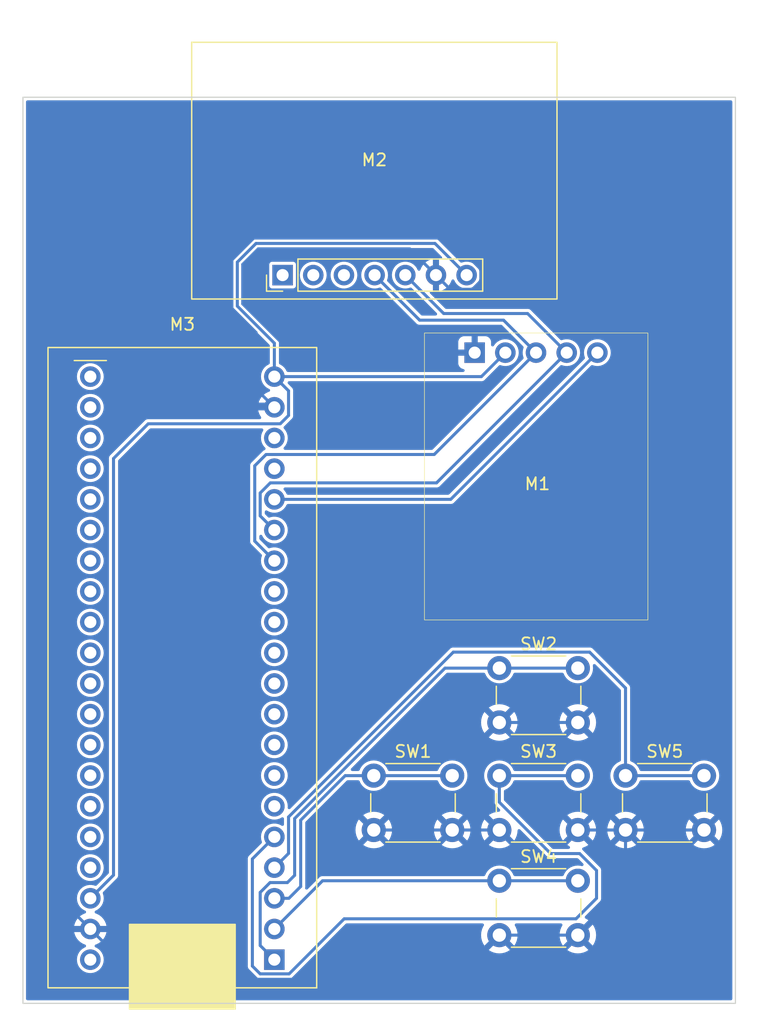
<source format=kicad_pcb>
(kicad_pcb (version 20211014) (generator pcbnew)
  (layers (0 "F.Cu" signal) (31 "B.Cu" signal) (34 "B.Paste" user) (35 "F.Paste" user) (36 "B.SilkS" user "B.Silkscreen") (37 "F.SilkS" user "F.Silkscreen") (38 "B.Mask" user) (39 "F.Mask" user) (44 "Edge.Cuts" user))
  (net 0 "")
  (net 1 "GND")
  (net 2 "VCC")
  (net 3 "/I2C_SDA")
  (net 4 "/OLED_RES")
  (net 8 "/BTN_UP")
  (net 9 "/BTN_DOWN")
  (net 10 "/BTN_LEFT")
  (net 11 "/BTN_RIGHT")
  (net 12 "/BTN_ENTER")
  (net 21 "/I2C_SCL")
  (footprint "MultiOscFootprints:STM32F103_Module" (layer "F.Cu") (at 127.19904 136.56346 180)
    (fp_text reference "M3" (at 0 57.6625 unlocked) (layer "F.SilkS"))
    (fp_text value "STM32F103_Module")
    (fp_line (start 6.29 54.67) (end 8.95 54.67) (layer "F.SilkS") (width 0.12))
    (fp_rect (start -4.375 1) (end 4.375 8) (layer "F.SilkS") (width 0.12) (fill solid))
    (fp_rect (start -11.125 2.75) (end 11.125 55.75) (layer "F.SilkS") (width 0.12) (fill none))
    (pad "1" thru_hole rect (at -7.62 5.08 180) (size 1.7 1.7) (drill 1) (layers *.Cu *.Mask) (net 8 "/BTN_UP"))
    (pad "2" thru_hole oval (at -7.62 7.62 180) (size 1.7 1.7) (drill 1) (layers *.Cu *.Mask) (net 9 "/BTN_DOWN"))
    (pad "3" thru_hole oval (at -7.62 10.16 180) (size 1.7 1.7) (drill 1) (layers *.Cu *.Mask) (net 10 "/BTN_LEFT"))
    (pad "4" thru_hole oval (at -7.62 12.7 180) (size 1.7 1.7) (drill 1) (layers *.Cu *.Mask) (net 11 "/BTN_RIGHT"))
    (pad "5" thru_hole oval (at -7.62 15.24 180) (size 1.7 1.7) (drill 1) (layers *.Cu *.Mask) (net 12 "/BTN_ENTER"))
    (pad "6" thru_hole oval (at -7.62 17.78 180) (size 1.7 1.7) (drill 1) (layers *.Cu *.Mask))
    (pad "7" thru_hole oval (at -7.62 20.32 180) (size 1.7 1.7) (drill 1) (layers *.Cu *.Mask))
    (pad "8" thru_hole oval (at -7.62 22.86 180) (size 1.7 1.7) (drill 1) (layers *.Cu *.Mask))
    (pad "9" thru_hole oval (at -7.62 25.4 180) (size 1.7 1.7) (drill 1) (layers *.Cu *.Mask))
    (pad "10" thru_hole oval (at -7.62 27.94 180) (size 1.7 1.7) (drill 1) (layers *.Cu *.Mask))
    (pad "11" thru_hole oval (at -7.62 30.48 180) (size 1.7 1.7) (drill 1) (layers *.Cu *.Mask))
    (pad "12" thru_hole oval (at -7.62 33.02 180) (size 1.7 1.7) (drill 1) (layers *.Cu *.Mask))
    (pad "13" thru_hole oval (at -7.62 35.56 180) (size 1.7 1.7) (drill 1) (layers *.Cu *.Mask))
    (pad "14" thru_hole oval (at -7.62 38.1 180) (size 1.7 1.7) (drill 1) (layers *.Cu *.Mask) (net 21 "/I2C_SCL"))
    (pad "15" thru_hole oval (at -7.62 40.64 180) (size 1.7 1.7) (drill 1) (layers *.Cu *.Mask) (net 3 "/I2C_SDA"))
    (pad "16" thru_hole oval (at -7.62 43.18 180) (size 1.7 1.7) (drill 1) (layers *.Cu *.Mask) (net 4 "/OLED_RES"))
    (pad "17" thru_hole oval (at -7.62 45.72 180) (size 1.7 1.7) (drill 1) (layers *.Cu *.Mask))
    (pad "18" thru_hole oval (at -7.62 48.26 180) (size 1.7 1.7) (drill 1) (layers *.Cu *.Mask))
    (pad "19" thru_hole oval (at -7.62 50.8 180) (size 1.7 1.7) (drill 1) (layers *.Cu *.Mask) (net 1 "GND"))
    (pad "20" thru_hole oval (at -7.62 53.34 180) (size 1.7 1.7) (drill 1) (layers *.Cu *.Mask) (net 2 "VCC"))
    (pad "21" thru_hole oval (at 7.62 53.34 180) (size 1.7 1.7) (drill 1) (layers *.Cu *.Mask))
    (pad "22" thru_hole oval (at 7.62 50.8 180) (size 1.7 1.7) (drill 1) (layers *.Cu *.Mask))
    (pad "23" thru_hole oval (at 7.62 48.26 180) (size 1.7 1.7) (drill 1) (layers *.Cu *.Mask))
    (pad "24" thru_hole oval (at 7.62 45.72 180) (size 1.7 1.7) (drill 1) (layers *.Cu *.Mask))
    (pad "25" thru_hole oval (at 7.62 43.18 180) (size 1.7 1.7) (drill 1) (layers *.Cu *.Mask))
    (pad "26" thru_hole oval (at 7.62 40.64 180) (size 1.7 1.7) (drill 1) (layers *.Cu *.Mask))
    (pad "27" thru_hole oval (at 7.62 38.1 180) (size 1.7 1.7) (drill 1) (layers *.Cu *.Mask))
    (pad "28" thru_hole oval (at 7.62 35.56 180) (size 1.7 1.7) (drill 1) (layers *.Cu *.Mask))
    (pad "29" thru_hole oval (at 7.62 33.02 180) (size 1.7 1.7) (drill 1) (layers *.Cu *.Mask))
    (pad "30" thru_hole oval (at 7.62 30.48 180) (size 1.7 1.7) (drill 1) (layers *.Cu *.Mask))
    (pad "31" thru_hole oval (at 7.62 27.94 180) (size 1.7 1.7) (drill 1) (layers *.Cu *.Mask))
    (pad "32" thru_hole oval (at 7.62 25.4 180) (size 1.7 1.7) (drill 1) (layers *.Cu *.Mask))
    (pad "33" thru_hole oval (at 7.62 22.86 180) (size 1.7 1.7) (drill 1) (layers *.Cu *.Mask))
    (pad "34" thru_hole oval (at 7.62 20.32 180) (size 1.7 1.7) (drill 1) (layers *.Cu *.Mask))
    (pad "35" thru_hole oval (at 7.62 17.78 180) (size 1.7 1.7) (drill 1) (layers *.Cu *.Mask))
    (pad "36" thru_hole oval (at 7.62 15.24 180) (size 1.7 1.7) (drill 1) (layers *.Cu *.Mask))
    (pad "37" thru_hole oval (at 7.62 12.7 180) (size 1.7 1.7) (drill 1) (layers *.Cu *.Mask))
    (pad "38" thru_hole oval (at 7.62 10.16 180) (size 1.7 1.7) (drill 1) (layers *.Cu *.Mask) (net 2 "VCC"))
    (pad "39" thru_hole oval (at 7.62 7.62 180) (size 1.7 1.7) (drill 1) (layers *.Cu *.Mask) (net 1 "GND"))
    (pad "40" thru_hole circle (at 7.62 5.08 180) (size 1.7 1.7) (drill 1) (layers *.Cu *.Mask))
  )
  (footprint "Button_Switch_THT:SW_PUSH_6mm_H7.3mm" (layer "F.Cu") (at 163.89904 116.25096)
    (fp_text reference "SW5" (at 3.25 -2) (layer "F.SilkS"))
    (fp_text value "SW_Push")
    (fp_line (start 6.75 3) (end 6.75 1.5) (layer "F.SilkS") (width 0.12))
    (fp_line (start 1 5.5) (end 5.5 5.5) (layer "F.SilkS") (width 0.12))
    (fp_line (start -0.25 1.5) (end -0.25 3) (layer "F.SilkS") (width 0.12))
    (fp_line (start 5.5 -1) (end 1 -1) (layer "F.SilkS") (width 0.12))
    (pad "1" thru_hole circle (at 0 0 90) (size 2 2) (drill 1.1) (layers *.Cu *.Mask) (net 11 "/BTN_RIGHT"))
    (pad "1" thru_hole circle (at 6.5 0 90) (size 2 2) (drill 1.1) (layers *.Cu *.Mask) (net 11 "/BTN_RIGHT"))
    (pad "2" thru_hole circle (at 6.5 4.5 90) (size 2 2) (drill 1.1) (layers *.Cu *.Mask) (net 1 "GND"))
    (pad "2" thru_hole circle (at 0 4.5 90) (size 2 2) (drill 1.1) (layers *.Cu *.Mask) (net 1 "GND"))
  )
  (footprint "Button_Switch_THT:SW_PUSH_6mm_H7.3mm" (layer "F.Cu") (at 153.44904 124.95096)
    (fp_text reference "SW4" (at 3.25 -2) (layer "F.SilkS"))
    (fp_text value "SW_Push")
    (fp_line (start 6.75 3) (end 6.75 1.5) (layer "F.SilkS") (width 0.12))
    (fp_line (start 1 5.5) (end 5.5 5.5) (layer "F.SilkS") (width 0.12))
    (fp_line (start -0.25 1.5) (end -0.25 3) (layer "F.SilkS") (width 0.12))
    (fp_line (start 5.5 -1) (end 1 -1) (layer "F.SilkS") (width 0.12))
    (pad "1" thru_hole circle (at 6.5 0 90) (size 2 2) (drill 1.1) (layers *.Cu *.Mask) (net 9 "/BTN_DOWN"))
    (pad "1" thru_hole circle (at 0 0 90) (size 2 2) (drill 1.1) (layers *.Cu *.Mask) (net 9 "/BTN_DOWN"))
    (pad "2" thru_hole circle (at 0 4.5 90) (size 2 2) (drill 1.1) (layers *.Cu *.Mask) (net 1 "GND"))
    (pad "2" thru_hole circle (at 6.5 4.5 90) (size 2 2) (drill 1.1) (layers *.Cu *.Mask) (net 1 "GND"))
  )
  (footprint "MultiOscFootprints:OLED_066_Module" (layer "F.Cu") (at 156.49904 74.61346)
    (fp_text reference "M1" (at 0.1 17.4875 unlocked) (layer "F.SilkS"))
    (fp_text value "OLED_066_Module")
    (fp_rect (start -9.25 5) (end 9.25 28.75) (layer "F.SilkS") (width 0.05) (fill none))
    (pad "1" thru_hole rect (at -5.092 6.626 90) (size 1.7 1.7) (drill 1) (layers *.Cu *.Mask) (net 1 "GND"))
    (pad "2" thru_hole oval (at -2.552 6.626 90) (size 1.7 1.7) (drill 1) (layers *.Cu *.Mask) (net 2 "VCC"))
    (pad "3" thru_hole oval (at -0.012 6.626 90) (size 1.7 1.7) (drill 1) (layers *.Cu *.Mask) (net 21 "/I2C_SCL"))
    (pad "4" thru_hole oval (at 2.528 6.626 90) (size 1.7 1.7) (drill 1) (layers *.Cu *.Mask) (net 3 "/I2C_SDA"))
    (pad "5" thru_hole oval (at 5.068 6.626 90) (size 1.7 1.7) (drill 1) (layers *.Cu *.Mask) (net 4 "/OLED_RES"))
  )
  (footprint "Button_Switch_THT:SW_PUSH_6mm_H7.3mm" (layer "F.Cu") (at 153.44904 116.25096)
    (fp_text reference "SW3" (at 3.25 -2) (layer "F.SilkS"))
    (fp_text value "SW_Push")
    (fp_line (start 1 5.5) (end 5.5 5.5) (layer "F.SilkS") (width 0.12))
    (fp_line (start 5.5 -1) (end 1 -1) (layer "F.SilkS") (width 0.12))
    (fp_line (start 6.75 3) (end 6.75 1.5) (layer "F.SilkS") (width 0.12))
    (fp_line (start -0.25 1.5) (end -0.25 3) (layer "F.SilkS") (width 0.12))
    (pad "1" thru_hole circle (at 6.5 0 90) (size 2 2) (drill 1.1) (layers *.Cu *.Mask) (net 12 "/BTN_ENTER"))
    (pad "1" thru_hole circle (at 0 0 90) (size 2 2) (drill 1.1) (layers *.Cu *.Mask) (net 12 "/BTN_ENTER"))
    (pad "2" thru_hole circle (at 6.5 4.5 90) (size 2 2) (drill 1.1) (layers *.Cu *.Mask) (net 1 "GND"))
    (pad "2" thru_hole circle (at 0 4.5 90) (size 2 2) (drill 1.1) (layers *.Cu *.Mask) (net 1 "GND"))
  )
  (footprint "Button_Switch_THT:SW_PUSH_6mm_H7.3mm" (layer "F.Cu") (at 153.44904 107.35096)
    (fp_text reference "SW2" (at 3.25 -2) (layer "F.SilkS"))
    (fp_text value "SW_Push")
    (fp_line (start -0.25 1.5) (end -0.25 3) (layer "F.SilkS") (width 0.12))
    (fp_line (start 6.75 3) (end 6.75 1.5) (layer "F.SilkS") (width 0.12))
    (fp_line (start 1 5.5) (end 5.5 5.5) (layer "F.SilkS") (width 0.12))
    (fp_line (start 5.5 -1) (end 1 -1) (layer "F.SilkS") (width 0.12))
    (pad "1" thru_hole circle (at 6.5 0 90) (size 2 2) (drill 1.1) (layers *.Cu *.Mask) (net 8 "/BTN_UP"))
    (pad "1" thru_hole circle (at 0 0 90) (size 2 2) (drill 1.1) (layers *.Cu *.Mask) (net 8 "/BTN_UP"))
    (pad "2" thru_hole circle (at 0 4.5 90) (size 2 2) (drill 1.1) (layers *.Cu *.Mask) (net 1 "GND"))
    (pad "2" thru_hole circle (at 6.5 4.5 90) (size 2 2) (drill 1.1) (layers *.Cu *.Mask) (net 1 "GND"))
  )
  (footprint "MultiOscFootprints:SI5351_Module" (layer "F.Cu") (at 143.09904 52.30096)
    (fp_text reference "M2" (at 0 12.9875 unlocked) (layer "F.SilkS"))
    (fp_text value "SI5351_Module")
    (fp_line (start -8.928 23.85) (end -8.928 22.52) (layer "F.SilkS") (width 0.12))
    (fp_line (start -6.328 23.85) (end -6.328 21.19) (layer "F.SilkS") (width 0.12))
    (fp_line (start -7.598 23.85) (end -8.928 23.85) (layer "F.SilkS") (width 0.12))
    (fp_line (start -6.328 21.19) (end 8.972 21.19) (layer "F.SilkS") (width 0.12))
    (fp_line (start 8.972 23.85) (end 8.972 21.19) (layer "F.SilkS") (width 0.12))
    (fp_line (start -6.328 23.85) (end 8.972 23.85) (layer "F.SilkS") (width 0.12))
    (fp_rect (start -15.125 3.25) (end 15.125 24.5) (layer "F.SilkS") (width 0.12) (fill none))
    (pad "1" thru_hole rect (at -7.598 22.52 90) (size 1.7 1.7) (drill 1) (layers *.Cu *.Mask))
    (pad "2" thru_hole oval (at -5.058 22.52 90) (size 1.7 1.7) (drill 1) (layers *.Cu *.Mask))
    (pad "3" thru_hole oval (at -2.518 22.52 90) (size 1.7 1.7) (drill 1) (layers *.Cu *.Mask))
    (pad "4" thru_hole oval (at 0.022 22.52 90) (size 1.7 1.7) (drill 1) (layers *.Cu *.Mask) (net 21 "/I2C_SCL"))
    (pad "5" thru_hole oval (at 2.562 22.52 90) (size 1.7 1.7) (drill 1) (layers *.Cu *.Mask) (net 3 "/I2C_SDA"))
    (pad "6" thru_hole oval (at 5.102 22.52 90) (size 1.7 1.7) (drill 1) (layers *.Cu *.Mask) (net 1 "GND"))
    (pad "7" thru_hole oval (at 7.642 22.52 90) (size 1.7 1.7) (drill 1) (layers *.Cu *.Mask) (net 2 "VCC"))
  )
  (footprint "Button_Switch_THT:SW_PUSH_6mm_H7.3mm" (layer "F.Cu") (at 143.04904 116.25096)
    (fp_text reference "SW1" (at 3.25 -2) (layer "F.SilkS"))
    (fp_text value "SW_Push")
    (fp_line (start 1 5.5) (end 5.5 5.5) (layer "F.SilkS") (width 0.12))
    (fp_line (start -0.25 1.5) (end -0.25 3) (layer "F.SilkS") (width 0.12))
    (fp_line (start 5.5 -1) (end 1 -1) (layer "F.SilkS") (width 0.12))
    (fp_line (start 6.75 3) (end 6.75 1.5) (layer "F.SilkS") (width 0.12))
    (pad "1" thru_hole circle (at 0 0 90) (size 2 2) (drill 1.1) (layers *.Cu *.Mask) (net 10 "/BTN_LEFT"))
    (pad "1" thru_hole circle (at 6.5 0 90) (size 2 2) (drill 1.1) (layers *.Cu *.Mask) (net 10 "/BTN_LEFT"))
    (pad "2" thru_hole circle (at 6.5 4.5 90) (size 2 2) (drill 1.1) (layers *.Cu *.Mask) (net 1 "GND"))
    (pad "2" thru_hole circle (at 0 4.5 90) (size 2 2) (drill 1.1) (layers *.Cu *.Mask) (net 1 "GND"))
  )
  (gr_rect (start 113.99904 135.10096) (end 172.99904 60.10096) (layer "Edge.Cuts") (width 0.1) (fill none))
  (segment (start 134.81904 85.76346) (end 134.55558 85.5) (width 0.25) (layer "B.Cu") (net 1))
  (segment (start 133.486198 72.64952) (end 146.0296 72.64952) (width 0.25) (layer "B.Cu") (net 1))
  (segment (start 161.49904 113.40096) (end 161.49904 119.20096) (width 0.25) (layer "B.Cu") (net 1))
  (segment (start 131.30096 77.572395) (end 133.3 79.571435) (width 0.25) (layer "B.Cu") (net 1))
  (segment (start 149.33157 71.75048) (end 133.113803 71.75048) (width 0.25) (layer "B.Cu") (net 1))
  (segment (start 159.94904 111.85096) (end 161.49904 113.40096) (width 0.25) (layer "B.Cu") (net 1))
  (segment (start 117.39904 126.76346) (end 119.57904 128.94346) (width 0.25) (layer "B.Cu") (net 1))
  (segment (start 159.94904 129.45096) (end 163.89904 125.50096) (width 0.25) (layer "B.Cu") (net 1))
  (segment (start 163.89904 120.75096) (end 170.39904 120.75096) (width 0.25) (layer "B.Cu") (net 1))
  (segment (start 163.89904 125.50096) (end 163.89904 120.75096) (width 0.25) (layer "B.Cu") (net 1))
  (segment (start 161.49904 119.20096) (end 159.94904 120.75096) (width 0.25) (layer "B.Cu") (net 1))
  (segment (start 133.3 79.571435) (end 133.3 84.24442) (width 0.25) (layer "B.Cu") (net 1))
  (segment (start 134.55558 85.5) (end 133.5 85.5) (width 0.25) (layer "B.Cu") (net 1))
  (segment (start 131.30096 73.563322) (end 131.30096 77.572395) (width 0.25) (layer "B.Cu") (net 1))
  (segment (start 151.915551 74.334461) (end 149.33157 71.75048) (width 0.25) (layer "B.Cu") (net 1))
  (segment (start 153.44904 111.85096) (end 159.94904 111.85096) (width 0.25) (layer "B.Cu") (net 1))
  (segment (start 133.5 85.5) (end 132.5 84.5) (width 0.25) (layer "B.Cu") (net 1))
  (segment (start 133.113803 71.75048) (end 131.30096 73.563322) (width 0.25) (layer "B.Cu") (net 1))
  (segment (start 133.3 84.24442) (end 134.81904 85.76346) (width 0.25) (layer "B.Cu") (net 1))
  (segment (start 132.2 77.2) (end 132.2 73.935718) (width 0.25) (layer "B.Cu") (net 1))
  (segment (start 149.54904 120.75096) (end 153.44904 120.75096) (width 0.25) (layer "B.Cu") (net 1))
  (segment (start 149.792509 133.107491) (end 153.44904 129.45096) (width 0.25) (layer "B.Cu") (net 1))
  (segment (start 151.915551 75.307459) (end 151.915551 74.334461) (width 0.25) (layer "B.Cu") (net 1))
  (segment (start 159.94904 120.75096) (end 163.89904 120.75096) (width 0.25) (layer "B.Cu") (net 1))
  (segment (start 117.39904 88.40096) (end 117.39904 126.76346) (width 0.25) (layer "B.Cu") (net 1))
  (segment (start 136.23946 81.23946) (end 132.2 77.2) (width 0.25) (layer "B.Cu") (net 1))
  (segment (start 149.375551 75.995471) (end 151.227539 75.995471) (width 0.25) (layer "B.Cu") (net 1))
  (segment (start 151.40704 81.23946) (end 136.23946 81.23946) (width 0.25) (layer "B.Cu") (net 1))
  (segment (start 123.743071 133.107491) (end 149.792509 133.107491) (width 0.25) (layer "B.Cu") (net 1))
  (segment (start 132.2 73.935718) (end 133.486198 72.64952) (width 0.25) (layer "B.Cu") (net 1))
  (segment (start 118.7 84.5) (end 117.4 85.8) (width 0.25) (layer "B.Cu") (net 1))
  (segment (start 151.227539 75.995471) (end 151.915551 75.307459) (width 0.25) (layer "B.Cu") (net 1))
  (segment (start 148.20104 74.82096) (end 149.375551 75.995471) (width 0.25) (layer "B.Cu") (net 1))
  (segment (start 146.0296 72.64952) (end 148.20104 74.82096) (width 0.25) (layer "B.Cu") (net 1))
  (segment (start 153.44904 129.45096) (end 159.94904 129.45096) (width 0.25) (layer "B.Cu") (net 1))
  (segment (start 143.04904 120.75096) (end 149.54904 120.75096) (width 0.25) (layer "B.Cu") (net 1))
  (segment (start 117.4 85.8) (end 117.4 88.4) (width 0.25) (layer "B.Cu") (net 1))
  (segment (start 119.57904 128.94346) (end 123.743071 133.107491) (width 0.25) (layer "B.Cu") (net 1))
  (segment (start 132.5 84.5) (end 118.7 84.5) (width 0.25) (layer "B.Cu") (net 1))
  (segment (start 121.49904 90.00096) (end 121.49904 124.48346) (width 0.25) (layer "B.Cu") (net 2))
  (segment (start 134.81904 83.22346) (end 134.81904 80.454758) (width 0.25) (layer "B.Cu") (net 2))
  (segment (start 153.94704 81.23946) (end 151.96304 83.22346) (width 0.25) (layer "B.Cu") (net 2))
  (segment (start 121.49904 124.48346) (end 119.57904 126.40346) (width 0.25) (layer "B.Cu") (net 2))
  (segment (start 134.81904 83.22346) (end 135.993551 84.397971) (width 0.25) (layer "B.Cu") (net 2))
  (segment (start 131.75048 73.74952) (end 133.3 72.2) (width 0.25) (layer "B.Cu") (net 2))
  (segment (start 135.993551 84.397971) (end 135.993551 86.440937) (width 0.25) (layer "B.Cu") (net 2))
  (segment (start 148.12008 72.2) (end 150.74104 74.82096) (width 0.25) (layer "B.Cu") (net 2))
  (segment (start 133.3 72.2) (end 148.12008 72.2) (width 0.25) (layer "B.Cu") (net 2))
  (segment (start 151.96304 83.22346) (end 134.81904 83.22346) (width 0.25) (layer "B.Cu") (net 2))
  (segment (start 124.371051 87.128949) (end 121.49904 90.00096) (width 0.25) (layer "B.Cu") (net 2))
  (segment (start 131.75048 77.386197) (end 131.75048 73.74952) (width 0.25) (layer "B.Cu") (net 2))
  (segment (start 135.993551 86.440937) (end 135.305539 87.128949) (width 0.25) (layer "B.Cu") (net 2))
  (segment (start 134.81904 80.454758) (end 131.75048 77.386197) (width 0.25) (layer "B.Cu") (net 2))
  (segment (start 135.305539 87.128949) (end 124.371051 87.128949) (width 0.25) (layer "B.Cu") (net 2))
  (segment (start 155.78854 78.00096) (end 159.02704 81.23946) (width 0.25) (layer "B.Cu") (net 3))
  (segment (start 133.644529 92.855471) (end 133.644529 94.748949) (width 0.25) (layer "B.Cu") (net 3))
  (segment (start 148.248529 92.017971) (end 134.482029 92.017971) (width 0.25) (layer "B.Cu") (net 3))
  (segment (start 145.66104 74.82096) (end 148.84104 78.00096) (width 0.25) (layer "B.Cu") (net 3))
  (segment (start 133.644529 94.748949) (end 134.81904 95.92346) (width 0.25) (layer "B.Cu") (net 3))
  (segment (start 148.84104 78.00096) (end 155.78854 78.00096) (width 0.25) (layer "B.Cu") (net 3))
  (segment (start 159.02704 81.23946) (end 148.248529 92.017971) (width 0.25) (layer "B.Cu") (net 3))
  (segment (start 134.482029 92.017971) (end 133.644529 92.855471) (width 0.25) (layer "B.Cu") (net 3))
  (segment (start 149.42304 93.38346) (end 134.81904 93.38346) (width 0.25) (layer "B.Cu") (net 4))
  (segment (start 161.56704 81.23946) (end 149.42304 93.38346) (width 0.25) (layer "B.Cu") (net 4))
  (segment (start 153.44904 107.35096) (end 159.94904 107.35096) (width 0.25) (layer "B.Cu") (net 8))
  (segment (start 133.644529 125.916961) (end 134.46053 125.10096) (width 0.25) (layer "B.Cu") (net 8))
  (segment (start 135.89904 125.10096) (end 136.49904 124.50096) (width 0.25) (layer "B.Cu") (net 8))
  (segment (start 134.81904 131.48346) (end 133.644529 130.308949) (width 0.25) (layer "B.Cu") (net 8))
  (segment (start 148.94904 107.35096) (end 153.44904 107.35096) (width 0.25) (layer "B.Cu") (net 8))
  (segment (start 133.644529 130.308949) (end 133.644529 125.916961) (width 0.25) (layer "B.Cu") (net 8))
  (segment (start 136.49904 119.80096) (end 148.94904 107.35096) (width 0.25) (layer "B.Cu") (net 8))
  (segment (start 136.49904 124.50096) (end 136.49904 119.80096) (width 0.25) (layer "B.Cu") (net 8))
  (segment (start 134.46053 125.10096) (end 135.89904 125.10096) (width 0.25) (layer "B.Cu") (net 8))
  (segment (start 153.44904 124.95096) (end 138.81154 124.95096) (width 0.25) (layer "B.Cu") (net 9))
  (segment (start 138.81154 124.95096) (end 134.81904 128.94346) (width 0.25) (layer "B.Cu") (net 9))
  (segment (start 153.44904 124.95096) (end 159.94904 124.95096) (width 0.25) (layer "B.Cu") (net 9))
  (segment (start 140.684758 116.25096) (end 143.04904 116.25096) (width 0.25) (layer "B.Cu") (net 10))
  (segment (start 136.99904 125.425541) (end 136.99904 119.936678) (width 0.25) (layer "B.Cu") (net 10))
  (segment (start 134.81904 126.40346) (end 136.021121 126.40346) (width 0.25) (layer "B.Cu") (net 10))
  (segment (start 143.04904 116.25096) (end 149.54904 116.25096) (width 0.25) (layer "B.Cu") (net 10))
  (segment (start 136.99904 119.936678) (end 140.684758 116.25096) (width 0.25) (layer "B.Cu") (net 10))
  (segment (start 136.021121 126.40346) (end 136.99904 125.425541) (width 0.25) (layer "B.Cu") (net 10))
  (segment (start 163.89904 116.25096) (end 170.39904 116.25096) (width 0.25) (layer "B.Cu") (net 11))
  (segment (start 160.924529 106.026449) (end 163.89904 109.00096) (width 0.25) (layer "B.Cu") (net 11))
  (segment (start 149.637834 106.026449) (end 160.924529 106.026449) (width 0.25) (layer "B.Cu") (net 11))
  (segment (start 163.89904 109.00096) (end 163.89904 116.25096) (width 0.25) (layer "B.Cu") (net 11))
  (segment (start 135.993551 122.688949) (end 135.993551 119.670732) (width 0.25) (layer "B.Cu") (net 11))
  (segment (start 134.81904 123.86346) (end 135.993551 122.688949) (width 0.25) (layer "B.Cu") (net 11))
  (segment (start 135.993551 119.670732) (end 149.637834 106.026449) (width 0.25) (layer "B.Cu") (net 11))
  (segment (start 161.49904 124.10096) (end 161.49904 126.40096) (width 0.25) (layer "B.Cu") (net 12))
  (segment (start 160.09904 122.70096) (end 161.49904 124.10096) (width 0.25) (layer "B.Cu") (net 12))
  (segment (start 153.44904 116.25096) (end 159.94904 116.25096) (width 0.25) (layer "B.Cu") (net 12))
  (segment (start 153.44904 116.25096) (end 153.44904 118.45096) (width 0.25) (layer "B.Cu") (net 12))
  (segment (start 153.44904 118.45096) (end 157.69904 122.70096) (width 0.25) (layer "B.Cu") (net 12))
  (segment (start 140.59904 128.10096) (end 136.042029 132.657971) (width 0.25) (layer "B.Cu") (net 12))
  (segment (start 157.69904 122.70096) (end 160.09904 122.70096) (width 0.25) (layer "B.Cu") (net 12))
  (segment (start 132.99904 123.14346) (end 134.81904 121.32346) (width 0.25) (layer "B.Cu") (net 12))
  (segment (start 136.042029 132.657971) (end 133.644529 132.657971) (width 0.25) (layer "B.Cu") (net 12))
  (segment (start 161.49904 126.40096) (end 159.79904 128.10096) (width 0.25) (layer "B.Cu") (net 12))
  (segment (start 159.79904 128.10096) (end 140.59904 128.10096) (width 0.25) (layer "B.Cu") (net 12))
  (segment (start 132.99904 132.012482) (end 132.99904 123.14346) (width 0.25) (layer "B.Cu") (net 12))
  (segment (start 133.644529 132.657971) (end 132.99904 132.012482) (width 0.25) (layer "B.Cu") (net 12))
  (segment (start 156.48704 81.23946) (end 148.057551 89.668949) (width 0.25) (layer "B.Cu") (net 21))
  (segment (start 153.79806 78.55048) (end 146.85056 78.55048) (width 0.25) (layer "B.Cu") (net 21))
  (segment (start 148.057551 89.668949) (end 134.131051 89.668949) (width 0.25) (layer "B.Cu") (net 21))
  (segment (start 133.195009 90.604991) (end 133.195009 96.839429) (width 0.25) (layer "B.Cu") (net 21))
  (segment (start 153.79806 78.55048) (end 156.48704 81.23946) (width 0.25) (layer "B.Cu") (net 21))
  (segment (start 133.195009 96.839429) (end 134.81904 98.46346) (width 0.25) (layer "B.Cu") (net 21))
  (segment (start 134.131051 89.668949) (end 133.195009 90.604991) (width 0.25) (layer "B.Cu") (net 21))
  (segment (start 146.85056 78.55048) (end 143.12104 74.82096) (width 0.25) (layer "B.Cu") (net 21))
  (zone (net 1) (net_name "GND") (layer "B.Cu") (connect_pads thru_hole_only (clearance 0.254)) (min_thickness 0.254) (fill yes (thermal_gap 0.508) (thermal_bridge_width 0.508))
    (polygon (pts (xy 174.79904 136.5) (xy 112.09904 136.5) (xy 112.09904 58.9) (xy 174.69904 58.9)))
  )
)
</source>
